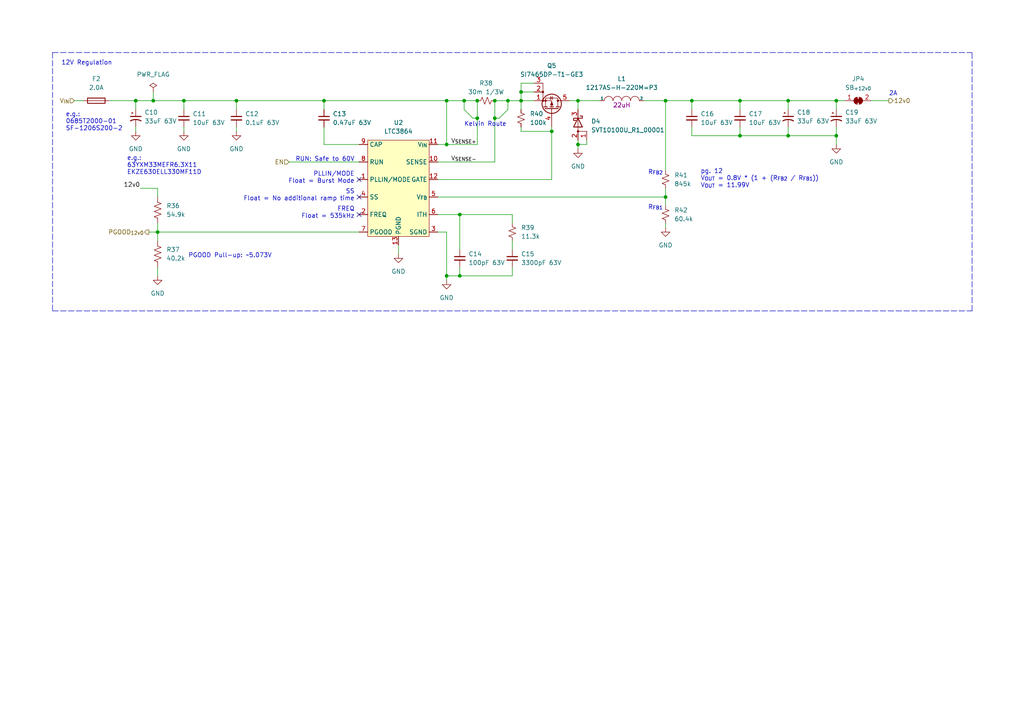
<source format=kicad_sch>
(kicad_sch (version 20211123) (generator eeschema)
  (paper "A4")
  (title_block (title "Control") (date "2023-02-09") (rev "1.0.0") (company "The A-Team (RC SSL)") (comment 1 "W. Stuckey & R. Osawa"))
  (lib_symbols
    (symbol "AT-Transistors:Q_PMOS_SGD_PowerPAK" (pin_names (offset 0) hide)
      (property "Reference" "Q" (at 5.08 1.27 0))
      (property "Value" "Q_PMOS_SGD_PowerPAK" (at 5.08 -1.27 0))
      (symbol "Q_PMOS_SGD_PowerPAK_0_1"
        (polyline (pts (xy 0.254 0) (xy -2.54 0)))
        (polyline (pts (xy 0.254 0) (xy -2.54 0)))
        (polyline (pts (xy 0.254 1.905) (xy 0.254 -1.905)) (stroke (width 0.254)))
        (polyline (pts (xy 0.762 -1.27) (xy 0.762 -2.286)) (stroke (width 0.254)))
        (polyline (pts (xy 0.762 0.508) (xy 0.762 -0.508)) (stroke (width 0.254)))
        (polyline (pts (xy 0.762 2.286) (xy 0.762 1.27)) (stroke (width 0.254)))
        (polyline (pts (xy 2.54 2.54) (xy 2.54 1.778)))
        (polyline (pts (xy 7.62 -2.54) (xy 5.08 -2.54)) (stroke (width 0.1524)))
        (polyline (pts (xy 2.54 -2.54) (xy 2.54 0) (xy 0.762 0)))
        (polyline (pts (xy 5.08 -2.54) (xy 2.54 -2.54) (xy 3.81 -2.54)) (stroke (width 0.1524)))
        (polyline (pts (xy 0.762 1.778) (xy 3.302 1.778) (xy 3.302 -1.778) (xy 0.762 -1.778)))
        (polyline (pts (xy 2.286 0) (xy 1.27 0.381) (xy 1.27 -0.381) (xy 2.286 0)) (fill (type outline)))
        (polyline (pts (xy 2.794 -0.508) (xy 2.921 -0.381) (xy 3.683 -0.381) (xy 3.81 -0.254)))
        (polyline (pts (xy 3.302 -0.381) (xy 2.921 0.254) (xy 3.683 0.254) (xy 3.302 -0.381)))
        (circle (center 1.651 0) (radius 2.794) (stroke (width 0.254)))
        (circle (center 2.54 -2.54) (radius 0.254) (fill (type outline)))
        (circle (center 2.54 -1.778) (radius 0.254) (fill (type outline)))
        (circle (center 2.54 1.778) (radius 0.254) (fill (type outline)))
        (circle (center 5.08 -2.54) (radius 0.254) (fill (type outline)))
      )
      (symbol "Q_PMOS_SGD_PowerPAK_1_1"
        (pin passive line (at 2.54 -5.08 90) (length 2.54) (name "S") (number "1"))
        (pin passive line (at 5.08 -5.08 90) (length 2.54) (name "S") (number "2"))
        (pin passive line (at 7.62 -5.08 90) (length 2.54) (name "S") (number "3"))
        (pin input line (at -5.08 0 0) (length 5.08) (name "G") (number "4"))
        (pin passive line (at 2.54 5.08 270) (length 2.54) (name "D") (number "5"))
      )
    )
    (symbol "Device:C_Polarized_Small_US" (pin_numbers hide) (pin_names (offset 0.254) hide)
      (property "Reference" "C" (at 0.254 1.778 0))
      (property "Value" "C_Polarized_Small_US" (at 0.254 -2.032 0))
      (symbol "C_Polarized_Small_US_0_1"
        (polyline (pts (xy -1.524 0.508) (xy 1.524 0.508)) (stroke (width 0.3048)))
        (polyline (pts (xy -1.27 1.524) (xy -0.762 1.524)))
        (polyline (pts (xy -1.016 1.27) (xy -1.016 1.778)))
        (arc (start 1.524 -0.762) (mid 0 -0.3734) (end -1.524 -0.762) (stroke (width 0.3048)))
      )
      (symbol "C_Polarized_Small_US_1_1"
        (pin passive line (at 0 2.54 270) (length 2.032) (name "~") (number "1"))
        (pin passive line (at 0 -2.54 90) (length 2.032) (name "~") (number "2"))
      )
    )
    (symbol "Device:C_Small" (pin_numbers hide) (pin_names (offset 0.254) hide)
      (property "Reference" "C" (at 0.254 1.778 0))
      (property "Value" "C_Small" (at 0.254 -2.032 0))
      (symbol "C_Small_0_1"
        (polyline (pts (xy -1.524 -0.508) (xy 1.524 -0.508)) (stroke (width 0.3302)))
        (polyline (pts (xy -1.524 0.508) (xy 1.524 0.508)) (stroke (width 0.3048)))
      )
      (symbol "C_Small_1_1"
        (pin passive line (at 0 2.54 270) (length 2.032) (name "~") (number "1"))
        (pin passive line (at 0 -2.54 90) (length 2.032) (name "~") (number "2"))
      )
    )
    (symbol "Device:D_Schottky_AAK" (pin_names (offset 0) hide)
      (property "Reference" "D" (at 0 2.54 0))
      (property "Value" "D_Schottky_AAK" (at 0 -2.54 0))
      (symbol "D_Schottky_AAK_0_1"
        (polyline (pts (xy 1.27 1.27) (xy 1.27 -1.27) (xy -1.27 0) (xy 1.27 1.27)) (stroke (width 0.254)))
        (polyline (pts (xy 3.81 2.54) (xy 2.54 2.54) (xy 2.54 0) (xy -1.27 0)))
        (polyline (pts (xy -1.905 0.635) (xy -1.905 1.27) (xy -1.27 1.27) (xy -1.27 -1.27) (xy -0.635 -1.27) (xy -0.635 -0.635)) (stroke (width 0.254)))
        (circle (center 2.54 0) (radius 0.254) (fill (type outline)))
      )
      (symbol "D_Schottky_AAK_1_1"
        (pin passive line (at 5.08 2.54 180) (length 2.54) (name "A") (number "1"))
        (pin passive line (at 5.08 0 180) (length 2.54) (name "A") (number "2"))
        (pin passive line (at -3.81 0 0) (length 2.54) (name "K") (number "3"))
      )
    )
    (symbol "Device:Fuse" (pin_numbers hide) (pin_names (offset 0))
      (property "Reference" "F" (at 2.032 0 90))
      (property "Value" "Fuse" (at -1.905 0 90))
      (symbol "Fuse_0_1"
        (rectangle (start -0.762 -2.54) (end 0.762 2.54) (stroke (width 0.254)))
        (polyline (pts (xy 0 2.54) (xy 0 -2.54)))
      )
      (symbol "Fuse_1_1"
        (pin passive line (at 0 3.81 270) (length 1.27) (name "~") (number "1"))
        (pin passive line (at 0 -3.81 90) (length 1.27) (name "~") (number "2"))
      )
    )
    (symbol "Device:R_Small_US" (pin_numbers hide) (pin_names (offset 0.254) hide)
      (property "Reference" "R" (at 0.762 0.508 0))
      (property "Value" "R_Small_US" (at 0.762 -1.016 0))
      (symbol "R_Small_US_1_1"
        (polyline (pts (xy 0 0) (xy 1.016 -0.381) (xy 0 -0.762) (xy -1.016 -1.143) (xy 0 -1.524)))
        (polyline (pts (xy 0 1.524) (xy 1.016 1.143) (xy 0 0.762) (xy -1.016 0.381) (xy 0 0)))
        (pin passive line (at 0 2.54 270) (length 1.016) (name "~") (number "1"))
        (pin passive line (at 0 -2.54 90) (length 1.016) (name "~") (number "2"))
      )
    )
    (symbol "Device:R_US" (pin_numbers hide) (pin_names (offset 0))
      (property "Reference" "R" (at 2.54 0 90))
      (property "Value" "R_US" (at -2.54 0 90))
      (symbol "R_US_0_1"
        (polyline (pts (xy 0 -2.286) (xy 0 -2.54)))
        (polyline (pts (xy 0 2.286) (xy 0 2.54)))
        (polyline (pts (xy 0 -0.762) (xy 1.016 -1.143) (xy 0 -1.524) (xy -1.016 -1.905) (xy 0 -2.286)))
        (polyline (pts (xy 0 0.762) (xy 1.016 0.381) (xy 0 0) (xy -1.016 -0.381) (xy 0 -0.762)))
        (polyline (pts (xy 0 2.286) (xy 1.016 1.905) (xy 0 1.524) (xy -1.016 1.143) (xy 0 0.762)))
      )
      (symbol "R_US_1_1"
        (pin passive line (at 0 3.81 270) (length 1.27) (name "~") (number "1"))
        (pin passive line (at 0 -3.81 90) (length 1.27) (name "~") (number "2"))
      )
    )
    (symbol "Jumper:SolderJumper_2_Bridged" (pin_names (offset 0) hide)
      (property "Reference" "JP" (at 0 2.032 0))
      (property "Value" "SolderJumper_2_Bridged" (at 0 -2.54 0))
      (symbol "SolderJumper_2_Bridged_0_1"
        (rectangle (start -0.508 0.508) (end 0.508 -0.508) (fill (type outline)))
        (arc (start -0.254 1.016) (mid -1.27 0) (end -0.254 -1.016))
        (arc (start -0.254 1.016) (mid -1.27 0) (end -0.254 -1.016) (fill (type outline)))
        (polyline (pts (xy -0.254 1.016) (xy -0.254 -1.016)))
        (polyline (pts (xy 0.254 1.016) (xy 0.254 -1.016)))
        (arc (start 0.254 -1.016) (mid 1.27 0) (end 0.254 1.016))
        (arc (start 0.254 -1.016) (mid 1.27 0) (end 0.254 1.016) (fill (type outline)))
      )
      (symbol "SolderJumper_2_Bridged_1_1"
        (pin passive line (at -3.81 0 0) (length 2.54) (name "A") (number "1"))
        (pin passive line (at 3.81 0 180) (length 2.54) (name "B") (number "2"))
      )
    )
    (symbol "ltc_regulators:LTC3864"
      (property "Reference" "U" (at -6.35 -15.24 0))
      (property "Value" "LTC3864" (at 0 15.24 0))
      (symbol "LTC3864_0_1"
        (rectangle (start -8.89 13.97) (end 8.89 -13.97) (stroke (width 0.1524)) (fill (type background)))
      )
      (symbol "LTC3864_1_1"
        (pin input line (at -11.43 2.54 0) (length 2.54) (name "PLLIN/MODE") (number "1"))
        (pin input line (at 11.43 7.62 180) (length 2.54) (name "SENSE") (number "10"))
        (pin power_in line (at 11.43 12.7 180) (length 2.54) (name "V_{IN}") (number "11"))
        (pin output line (at 11.43 2.54 180) (length 2.54) (name "GATE") (number "12"))
        (pin power_in line (at 0 -16.51 90) (length 2.54) (name "PGND") (number "13"))
        (pin passive line (at -11.43 -7.62 0) (length 2.54) (name "FREQ") (number "2"))
        (pin power_in line (at 11.43 -12.7 180) (length 2.54) (name "SGND") (number "3"))
        (pin bidirectional line (at -11.43 -2.54 0) (length 2.54) (name "SS") (number "4"))
        (pin input line (at 11.43 -2.54 180) (length 2.54) (name "V_{FB}") (number "5"))
        (pin bidirectional line (at 11.43 -7.62 180) (length 2.54) (name "ITH") (number "6"))
        (pin bidirectional line (at -11.43 -12.7 0) (length 2.54) (name "PGOOD") (number "7"))
        (pin input line (at -11.43 7.62 0) (length 2.54) (name "RUN") (number "8"))
        (pin bidirectional line (at -11.43 12.7 0) (length 2.54) (name "CAP") (number "9"))
      )
    )
    (symbol "power:GND" (power) (pin_names (offset 0))
      (property "Value" "GND" (at 0 -3.81 0))
      (symbol "GND_0_1"
        (polyline (pts (xy 0 0) (xy 0 -1.27) (xy 1.27 -1.27) (xy 0 -2.54) (xy -1.27 -1.27) (xy 0 -1.27)))
      )
      (symbol "GND_1_1"
        (pin power_in line (at 0 0 270) (length 0) hide (name "GND") (number "1"))
      )
    )
    (symbol "power:PWR_FLAG" (power) (pin_numbers hide) (pin_names (offset 0) hide)
      (property "Value" "PWR_FLAG" (at 0 3.81 0))
      (symbol "PWR_FLAG_0_0"
        (pin power_out line (at 0 0 90) (length 0) (name "pwr") (number "1"))
      )
      (symbol "PWR_FLAG_0_1"
        (polyline (pts (xy 0 0) (xy 0 1.27) (xy -1.016 1.905) (xy 0 2.54) (xy 1.016 1.905) (xy 0 1.27)))
      )
    )
    (symbol "pspice:INDUCTOR" (pin_numbers hide) (pin_names (offset 0))
      (property "Reference" "L" (at 0 2.54 0))
      (property "Value" "INDUCTOR" (at 0 -1.27 0))
      (symbol "INDUCTOR_0_1"
        (arc (start -2.54 0) (mid -3.81 1.27) (end -5.08 0))
        (arc (start 0 0) (mid -1.27 1.27) (end -2.54 0))
        (arc (start 2.54 0) (mid 1.27 1.27) (end 0 0))
        (arc (start 5.08 0) (mid 3.81 1.27) (end 2.54 0))
      )
      (symbol "INDUCTOR_1_1"
        (pin input line (at -6.35 0 0) (length 1.27) (name "1") (number "1"))
        (pin input line (at 6.35 0 180) (length 1.27) (name "2") (number "2"))
      )
    )
  )
  (junction (at 242.57 29.21))
  (junction (at 151.13 29.21))
  (junction (at 151.13 26.67))
  (junction (at 214.63 39.37))
  (junction (at 214.63 29.21))
  (junction (at 193.04 29.21))
  (junction (at 167.64 41.91))
  (junction (at 138.43 34.29))
  (junction (at 93.98 29.21))
  (junction (at 129.54 41.91))
  (junction (at 228.6 39.37))
  (junction (at 44.45 29.21))
  (junction (at 39.37 29.21))
  (junction (at 143.51 29.21))
  (junction (at 200.66 29.21))
  (junction (at 133.35 62.23))
  (junction (at 133.35 80.01))
  (junction (at 129.54 80.01))
  (junction (at 68.58 29.21))
  (junction (at 193.04 57.15))
  (junction (at 167.64 29.21))
  (junction (at 160.02 38.1))
  (junction (at 129.54 29.21))
  (junction (at 143.51 34.29))
  (junction (at 138.43 29.21))
  (junction (at 53.34 29.21))
  (junction (at 242.57 39.37))
  (junction (at 45.72 67.31))
  (junction (at 147.32 29.21))
  (junction (at 134.62 29.21))
  (junction (at 228.6 29.21))
  (no_connect (at 104.14 52.07))
  (no_connect (at 104.14 62.23))
  (no_connect (at 104.14 57.15))
  (wire (pts (xy 129.54 80.01) (xy 129.54 81.28)))
  (wire (pts (xy 148.59 77.47) (xy 148.59 80.01)))
  (wire (pts (xy 127 62.23) (xy 133.35 62.23)))
  (wire (pts (xy 127 46.99) (xy 143.51 46.99)))
  (wire (pts (xy 242.57 29.21) (xy 242.57 31.75)))
  (wire (pts (xy 45.72 77.47) (xy 45.72 80.01)))
  (wire (pts (xy 68.58 36.83) (xy 68.58 38.1)))
  (wire (pts (xy 193.04 54.61) (xy 193.04 57.15)))
  (wire (pts (xy 154.94 24.13) (xy 151.13 24.13)))
  (wire (pts (xy 165.1 29.21) (xy 167.64 29.21)))
  (wire (pts (xy 133.35 62.23) (xy 133.35 72.39)))
  (wire (pts (xy 143.51 29.21) (xy 147.32 29.21)))
  (wire (pts (xy 93.98 29.21) (xy 129.54 29.21)))
  (wire (pts (xy 200.66 29.21) (xy 200.66 31.75)))
  (wire (pts (xy 151.13 38.1) (xy 160.02 38.1)))
  (wire (pts (xy 127 52.07) (xy 160.02 52.07)))
  (wire (pts (xy 93.98 41.91) (xy 104.14 41.91)))
  (wire (pts (xy 228.6 39.37) (xy 242.57 39.37)))
  (wire (pts (xy 151.13 29.21) (xy 151.13 31.75)))
  (wire (pts (xy 53.34 29.21) (xy 68.58 29.21)))
  (wire (pts (xy 39.37 36.83) (xy 39.37 38.1)))
  (wire (pts (xy 228.6 29.21) (xy 228.6 31.75)))
  (wire (pts (xy 214.63 29.21) (xy 228.6 29.21)))
  (wire (pts (xy 83.82 46.99) (xy 104.14 46.99)))
  (wire (pts (xy 252.73 29.21) (xy 257.81 29.21)))
  (wire (pts (xy 68.58 29.21) (xy 93.98 29.21)))
  (wire (pts (xy 193.04 64.77) (xy 193.04 66.04)))
  (wire (pts (xy 200.66 29.21) (xy 214.63 29.21)))
  (wire (pts (xy 228.6 29.21) (xy 242.57 29.21)))
  (wire (pts (xy 39.37 29.21) (xy 44.45 29.21)))
  (wire (pts (xy 214.63 29.21) (xy 214.63 31.75)))
  (wire (pts (xy 133.35 62.23) (xy 148.59 62.23)))
  (wire (pts (xy 115.57 71.12) (xy 115.57 73.66)))
  (wire (pts (xy 143.51 29.21) (xy 143.51 34.29)))
  (wire (pts (xy 129.54 29.21) (xy 129.54 41.91)))
  (wire (pts (xy 127 41.91) (xy 129.54 41.91)))
  (wire (pts (xy 129.54 67.31) (xy 129.54 80.01)))
  (wire (pts (xy 147.32 31.75) (xy 147.32 29.21)))
  (wire (pts (xy 129.54 41.91) (xy 138.43 41.91)))
  (wire (pts (xy 144.78 34.29) (xy 143.51 34.29)))
  (wire (pts (xy 167.64 41.91) (xy 167.64 43.18)))
  (wire (pts (xy 151.13 36.83) (xy 151.13 38.1)))
  (wire (pts (xy 31.75 29.21) (xy 39.37 29.21)))
  (wire (pts (xy 53.34 29.21) (xy 53.34 31.75)))
  (wire (pts (xy 137.16 34.29) (xy 138.43 34.29)))
  (wire (pts (xy 193.04 29.21) (xy 200.66 29.21)))
  (wire (pts (xy 53.34 36.83) (xy 53.34 38.1)))
  (wire (pts (xy 45.72 67.31) (xy 104.14 67.31)))
  (wire (pts (xy 242.57 39.37) (xy 242.57 41.91)))
  (wire (pts (xy 242.57 29.21) (xy 245.11 29.21)))
  (wire (pts (xy 167.64 40.64) (xy 167.64 41.91)))
  (wire (pts (xy 133.35 77.47) (xy 133.35 80.01)))
  (wire (pts (xy 39.37 29.21) (xy 39.37 31.75)))
  (wire (pts (xy 45.72 64.77) (xy 45.72 67.31)))
  (wire (pts (xy 148.59 69.85) (xy 148.59 72.39)))
  (wire (pts (xy 160.02 38.1) (xy 160.02 36.83)))
  (wire (pts (xy 127 67.31) (xy 129.54 67.31)))
  (wire (pts (xy 45.72 67.31) (xy 43.18 67.31)))
  (wire (pts (xy 93.98 29.21) (xy 93.98 31.75)))
  (wire (pts (xy 129.54 80.01) (xy 133.35 80.01)))
  (wire (pts (xy 170.18 40.64) (xy 170.18 41.91)))
  (wire (pts (xy 44.45 29.21) (xy 53.34 29.21)))
  (wire (pts (xy 147.32 29.21) (xy 151.13 29.21)))
  (wire (pts (xy 93.98 36.83) (xy 93.98 41.91)))
  (wire (pts (xy 133.35 80.01) (xy 148.59 80.01)))
  (wire (pts (xy 45.72 67.31) (xy 45.72 69.85)))
  (wire (pts (xy 134.62 29.21) (xy 134.62 31.75)))
  (wire (pts (xy 242.57 36.83) (xy 242.57 39.37)))
  (wire (pts (xy 214.63 39.37) (xy 228.6 39.37)))
  (wire (pts (xy 68.58 29.21) (xy 68.58 31.75)))
  (wire (pts (xy 143.51 34.29) (xy 143.51 46.99)))
  (wire (pts (xy 134.62 31.75) (xy 137.16 34.29)))
  (wire (pts (xy 151.13 29.21) (xy 154.94 29.21)))
  (wire (pts (xy 200.66 39.37) (xy 214.63 39.37)))
  (wire (pts (xy 144.78 34.29) (xy 147.32 31.75)))
  (wire (pts (xy 167.64 29.21) (xy 167.64 31.75)))
  (wire (pts (xy 200.66 36.83) (xy 200.66 39.37)))
  (wire (pts (xy 193.04 57.15) (xy 193.04 59.69)))
  (wire (pts (xy 214.63 36.83) (xy 214.63 39.37)))
  (wire (pts (xy 138.43 29.21) (xy 138.43 34.29)))
  (wire (pts (xy 167.64 29.21) (xy 173.99 29.21)))
  (wire (pts (xy 151.13 26.67) (xy 151.13 29.21)))
  (wire (pts (xy 167.64 41.91) (xy 170.18 41.91)))
  (wire (pts (xy 21.59 29.21) (xy 24.13 29.21)))
  (wire (pts (xy 134.62 29.21) (xy 138.43 29.21)))
  (wire (pts (xy 45.72 54.61) (xy 45.72 57.15)))
  (wire (pts (xy 40.64 54.61) (xy 45.72 54.61)))
  (wire (pts (xy 138.43 41.91) (xy 138.43 34.29)))
  (wire (pts (xy 186.69 29.21) (xy 193.04 29.21)))
  (wire (pts (xy 160.02 38.1) (xy 160.02 52.07)))
  (wire (pts (xy 148.59 62.23) (xy 148.59 64.77)))
  (wire (pts (xy 151.13 24.13) (xy 151.13 26.67)))
  (wire (pts (xy 193.04 29.21) (xy 193.04 49.53)))
  (wire (pts (xy 151.13 26.67) (xy 154.94 26.67)))
  (polyline (pts (xy 15.24 15.24) (xy 15.24 90.17)) (stroke (width 0) (type dash)))
  (polyline (pts (xy 15.24 15.24) (xy 281.94 15.24)) (stroke (width 0) (type dash)))
  (polyline (pts (xy 15.24 90.17) (xy 281.94 90.17)) (stroke (width 0) (type dash)))
  (polyline (pts (xy 281.94 90.17) (xy 281.94 15.24)) (stroke (width 0) (type dash)))
  (wire (pts (xy 127 57.15) (xy 193.04 57.15)))
  (wire (pts (xy 228.6 36.83) (xy 228.6 39.37)))
  (wire (pts (xy 129.54 29.21) (xy 134.62 29.21)))
  (wire (pts (xy 44.45 26.67) (xy 44.45 29.21)))
  (text "SS\nFloat = No additional ramp time" (at 102.87 58.42 180) (effects (font (size 1.27 1.27)) (justify right bottom)))
  (text "R_{FB1}\n" (at 187.96 60.96 0) (effects (font (size 1.27 1.27)) (justify left bottom)))
  (text "FREQ\nFloat = 535kHz" (at 102.87 63.5 180) (effects (font (size 1.27 1.27)) (justify right bottom)))
  (text "e.g.:\n63YXM33MEFR6.3X11\nEKZE630ELL330MF11D" (at 36.83 50.8 0) (effects (font (size 1.27 1.27)) (justify left bottom)))
  (text "Kelvin Route" (at 134.62 36.83 0) (effects (font (size 1.27 1.27)) (justify left bottom)))
  (text "PGOOD Pull-up: ~5.073V" (at 54.61 74.93 0) (effects (font (size 1.27 1.27)) (justify left bottom)))
  (text "RUN: Safe to 60V" (at 102.87 46.99 180) (effects (font (size 1.27 1.27)) (justify right bottom)))
  (text "2A" (at 257.81 27.94 0) (effects (font (size 1.27 1.27)) (justify left bottom)))
  (text "12V Regulation" (at 17.78 19.05 0) (effects (font (size 1.27 1.27)) (justify left bottom)))
  (text "e.g.:\n0685T2000-01\nSF-1206S200-2" (at 19.05 38.1 0) (effects (font (size 1.27 1.27)) (justify left bottom)))
  (text "pg. 12\nV_{OUT} = 0.8V * (1 + (R_{FB2} / R_{FB1}))\nV_{OUT} = 11.99V" (at 203.2 54.61 0) (effects (font (size 1.27 1.27)) (justify left bottom)))
  (text "PLLIN/MODE\nFloat = Burst Mode" (at 102.87 53.34 180) (effects (font (size 1.27 1.27)) (justify right bottom)))
  (text "R_{FB2}" (at 187.96 50.8 0) (effects (font (size 1.27 1.27)) (justify left bottom)))
  (label "12v0" (at 40.64 54.61 180))
  (label "V_{SENSE-}" (at 130.81 46.99 0))
  (label "V_{SENSE+}" (at 130.81 41.91 0))
  (hierarchical_label "EN" (shape input) (at 83.82 46.99 180))
  (hierarchical_label "V_{IN}" (shape input) (at 21.59 29.21 180))
  (hierarchical_label "PGOOD_{12v0}" (shape output) (at 43.18 67.31 180))
  (hierarchical_label "12v0" (shape output) (at 257.81 29.21 0))
  (symbol (lib_id "Device:R_Small_US") (at 193.04 52.07 0) (unit 1)
    (property "Reference" "R41" (at 195.58 50.7999 0) (effects (justify left)))
    (property "Value" "845k" (at 195.58 53.3399 0) (effects (justify left)))
    (property "Footprint" "Resistor_SMD:R_0402_1005Metric" (effects hide))
  )
  (symbol (lib_id "power:GND") (at 68.58 38.1 0) (unit 1)
    (property "Reference" "#PWR038" (effects hide))
    (property "Value" "GND" (at 68.58 43.18 0))
  )
  (symbol (lib_id "Device:Fuse") (at 27.94 29.21 90) (unit 1)
    (property "Reference" "F2" (at 27.94 22.86 90))
    (property "Value" "2.0A" (at 27.94 25.4 90))
    (property "Footprint" "Fuse:Fuse_1206_3216Metric" (effects hide))
  )
  (symbol (lib_id "Device:R_US") (at 45.72 60.96 180) (unit 1)
    (property "Reference" "R36" (at 48.26 59.6899 0) (effects (justify right)))
    (property "Value" "54.9k" (at 48.26 62.2299 0) (effects (justify right)))
    (property "Footprint" "Resistor_SMD:R_0402_1005Metric" (effects hide))
  )
  (symbol (lib_id "pspice:INDUCTOR") (at 180.34 29.21 0) (unit 1)
    (property "Reference" "L1" (at 180.34 22.86 0))
    (property "Value" "1217AS-H-220M=P3" (at 180.34 25.4 0))
    (property "Footprint" "AT-Inductors:DEM8045C" (effects hide))
    (property "Value2" "22uH" (at 180.34 30.48 0))
  )
  (symbol (lib_id "Device:C_Small") (at 133.35 74.93 0) (unit 1)
    (property "Reference" "C14" (at 135.89 73.6662 0) (effects (justify left)))
    (property "Value" "100pF 63V" (at 135.89 76.2062 0) (effects (justify left)))
    (property "Footprint" "Capacitor_SMD:C_0402_1005Metric" (effects hide))
  )
  (symbol (lib_id "ltc_regulators:LTC3864") (at 115.57 54.61 0) (unit 1)
    (property "Reference" "U2" (at 115.57 35.56 0))
    (property "Value" "LTC3864" (at 115.57 38.1 0))
    (property "Footprint" "AT-IC:MSE" (effects hide))
  )
  (symbol (lib_id "power:GND") (at 129.54 81.28 0) (unit 1)
    (property "Reference" "#PWR040" (effects hide))
    (property "Value" "GND" (at 129.54 86.36 0))
  )
  (symbol (lib_id "power:GND") (at 53.34 38.1 0) (unit 1)
    (property "Reference" "#PWR037" (effects hide))
    (property "Value" "GND" (at 53.34 43.18 0))
  )
  (symbol (lib_id "Device:R_US") (at 45.72 73.66 180) (unit 1)
    (property "Reference" "R37" (at 48.26 72.3899 0) (effects (justify right)))
    (property "Value" "40.2k" (at 48.26 74.9299 0) (effects (justify right)))
    (property "Footprint" "Resistor_SMD:R_0402_1005Metric" (effects hide))
  )
  (symbol (lib_id "Device:R_Small_US") (at 151.13 34.29 0) (unit 1)
    (property "Reference" "R40" (at 153.67 33.0199 0) (effects (justify left)))
    (property "Value" "100k" (at 153.67 35.5599 0) (effects (justify left)))
    (property "Footprint" "Resistor_SMD:R_0402_1005Metric" (effects hide))
  )
  (symbol (lib_id "power:GND") (at 45.72 80.01 0) (unit 1)
    (property "Reference" "#PWR036" (effects hide))
    (property "Value" "GND" (at 45.72 85.09 0))
  )
  (symbol (lib_id "Device:C_Small") (at 53.34 34.29 0) (unit 1)
    (property "Reference" "C11" (at 55.88 33.0262 0) (effects (justify left)))
    (property "Value" "10uF 63V" (at 55.88 35.5662 0) (effects (justify left)))
    (property "Footprint" "Capacitor_SMD:C_1210_3225Metric" (effects hide))
  )
  (symbol (lib_id "Jumper:SolderJumper_2_Bridged") (at 248.92 29.21 0) (unit 1) (in_bom no)
    (property "Reference" "JP4" (at 248.92 22.86 0))
    (property "Value" "SB_{+12v0}" (at 248.92 25.4 0))
    (property "Footprint" "AT-BoardFeatures:SolderJumper-2_2.0x1.2mm_Closed" (effects hide))
  )
  (symbol (lib_id "Device:C_Polarized_Small_US") (at 39.37 34.29 0) (unit 1)
    (property "Reference" "C10" (at 41.91 32.5881 0) (effects (justify left)))
    (property "Value" "33uF 63V" (at 41.91 35.1281 0) (effects (justify left)))
    (property "Footprint" "Capacitor_THT:C_Radial_D6.3mm_H11.0mm_P2.50mm" (effects hide))
  )
  (symbol (lib_id "Device:C_Small") (at 148.59 74.93 0) (unit 1)
    (property "Reference" "C15" (at 151.13 73.6662 0) (effects (justify left)))
    (property "Value" "3300pF 63V" (at 151.13 76.2062 0) (effects (justify left)))
    (property "Footprint" "Capacitor_SMD:C_0402_1005Metric" (effects hide))
  )
  (symbol (lib_id "power:GND") (at 39.37 38.1 0) (unit 1)
    (property "Reference" "#PWR035" (effects hide))
    (property "Value" "GND" (at 39.37 43.18 0))
  )
  (symbol (lib_id "power:GND") (at 242.57 41.91 0) (unit 1)
    (property "Reference" "#PWR043" (effects hide))
    (property "Value" "GND" (at 242.57 46.99 0))
  )
  (symbol (lib_id "Device:C_Small") (at 214.63 34.29 0) (unit 1)
    (property "Reference" "C17" (at 217.17 33.0262 0) (effects (justify left)))
    (property "Value" "10uF 63V" (at 217.17 35.5662 0) (effects (justify left)))
    (property "Footprint" "Capacitor_SMD:C_1210_3225Metric" (effects hide))
  )
  (symbol (lib_id "Device:R_Small_US") (at 148.59 67.31 180) (unit 1)
    (property "Reference" "R39" (at 151.13 66.0399 0) (effects (justify right)))
    (property "Value" "11.3k" (at 151.13 68.5799 0) (effects (justify right)))
    (property "Footprint" "Resistor_SMD:R_0402_1005Metric" (effects hide))
  )
  (symbol (lib_id "Device:C_Small") (at 200.66 34.29 0) (unit 1)
    (property "Reference" "C16" (at 203.2 33.0262 0) (effects (justify left)))
    (property "Value" "10uF 63V" (at 203.2 35.5662 0) (effects (justify left)))
    (property "Footprint" "Capacitor_SMD:C_1210_3225Metric" (effects hide))
  )
  (symbol (lib_id "Device:C_Polarized_Small_US") (at 228.6 34.29 0) (unit 1)
    (property "Reference" "C18" (at 231.14 32.5881 0) (effects (justify left)))
    (property "Value" "33uF 63V" (at 231.14 35.1281 0) (effects (justify left)))
    (property "Footprint" "Capacitor_THT:C_Radial_D6.3mm_H11.0mm_P2.50mm" (effects hide))
  )
  (symbol (lib_id "Device:C_Small") (at 93.98 34.29 0) (unit 1)
    (property "Reference" "C13" (at 96.52 33.0262 0) (effects (justify left)))
    (property "Value" "0.47uF 63V" (at 96.52 35.5662 0) (effects (justify left)))
    (property "Footprint" "Capacitor_SMD:C_0805_2012Metric" (effects hide))
  )
  (symbol (lib_id "Device:C_Small") (at 68.58 34.29 0) (unit 1)
    (property "Reference" "C12" (at 71.12 33.0262 0) (effects (justify left)))
    (property "Value" "0.1uF 63V" (at 71.12 35.5662 0) (effects (justify left)))
    (property "Footprint" "Capacitor_SMD:C_0402_1005Metric" (effects hide))
  )
  (symbol (lib_id "Device:R_Small_US") (at 193.04 62.23 0) (unit 1)
    (property "Reference" "R42" (at 195.58 60.9599 0) (effects (justify left)))
    (property "Value" "60.4k" (at 195.58 63.4999 0) (effects (justify left)))
    (property "Footprint" "Resistor_SMD:R_0402_1005Metric" (effects hide))
  )
  (symbol (lib_id "power:PWR_FLAG") (at 44.45 26.67 0) (unit 1)
    (property "Reference" "#FLG05" (effects hide))
    (property "Value" "PWR_FLAG" (at 44.45 21.59 0))
  )
  (symbol (lib_id "AT-Transistors:Q_PMOS_SGD_PowerPAK") (at 160.02 31.75 270) (mirror x) (unit 1)
    (property "Reference" "Q5" (at 160.02 19.05 90))
    (property "Value" "SI7465DP-T1-GE3" (at 160.02 21.59 90))
    (property "Footprint" "AT-Discrete:PowerPAK_SO-8L_Single" (effects hide))
  )
  (symbol (lib_id "power:GND") (at 193.04 66.04 0) (unit 1)
    (property "Reference" "#PWR042" (effects hide))
    (property "Value" "GND" (at 193.04 71.12 0))
  )
  (symbol (lib_id "Device:C_Polarized_Small_US") (at 242.57 34.29 0) (unit 1)
    (property "Reference" "C19" (at 245.11 32.5881 0) (effects (justify left)))
    (property "Value" "33uF 63V" (at 245.11 35.1281 0) (effects (justify left)))
    (property "Footprint" "Capacitor_THT:C_Radial_D6.3mm_H11.0mm_P2.50mm" (effects hide))
  )
  (symbol (lib_id "Device:D_Schottky_AAK") (at 167.64 35.56 270) (unit 1)
    (property "Reference" "D4" (at 171.45 35.1789 90) (effects (justify left)))
    (property "Value" "SVT10100U_R1_00001" (at 171.45 37.7189 90) (effects (justify left)))
    (property "Footprint" "AT-Discrete:TO-277" (effects hide))
  )
  (symbol (lib_id "power:GND") (at 167.64 43.18 0) (unit 1)
    (property "Reference" "#PWR041" (effects hide))
    (property "Value" "GND" (at 167.64 48.26 0))
  )
  (symbol (lib_id "power:GND") (at 115.57 73.66 0) (unit 1)
    (property "Reference" "#PWR039" (effects hide))
    (property "Value" "GND" (at 115.57 78.74 0))
  )
  (symbol (lib_id "Device:R_Small_US") (at 140.97 29.21 90) (unit 1)
    (property "Reference" "R38" (at 140.97 24.13 90))
    (property "Value" "30m 1/3W" (at 140.97 26.67 90))
    (property "Footprint" "Resistor_SMD:R_0603_1608Metric" (effects hide))
  )
)
</source>
